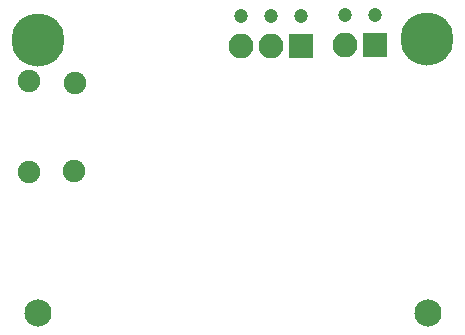
<source format=gbs>
G04 #@! TF.FileFunction,Soldermask,Bot*
%FSLAX46Y46*%
G04 Gerber Fmt 4.6, Leading zero omitted, Abs format (unit mm)*
G04 Created by KiCad (PCBNEW 4.0.6+dfsg1-1) date Fri Mar 23 21:29:37 2018*
%MOMM*%
%LPD*%
G01*
G04 APERTURE LIST*
%ADD10C,0.100000*%
%ADD11C,4.501600*%
%ADD12C,1.901600*%
%ADD13C,2.301600*%
%ADD14O,2.100580X2.100580*%
%ADD15R,2.100580X2.100580*%
%ADD16C,1.201600*%
G04 APERTURE END LIST*
D10*
D11*
X171684000Y-85269000D03*
D12*
X141812000Y-88985000D03*
X141787000Y-96435000D03*
X137987000Y-88835000D03*
X137987000Y-96585000D03*
D13*
X171704000Y-108534200D03*
X138684000Y-108483400D03*
D11*
X138684000Y-85344000D03*
D14*
X164673280Y-85831680D03*
D15*
X167213280Y-85831680D03*
D16*
X167213280Y-83291680D03*
X164673280Y-83291680D03*
D14*
X155874720Y-85852000D03*
D15*
X160954720Y-85852000D03*
D14*
X158414720Y-85852000D03*
D16*
X160954720Y-83312000D03*
X158414720Y-83312000D03*
X155874720Y-83312000D03*
M02*

</source>
